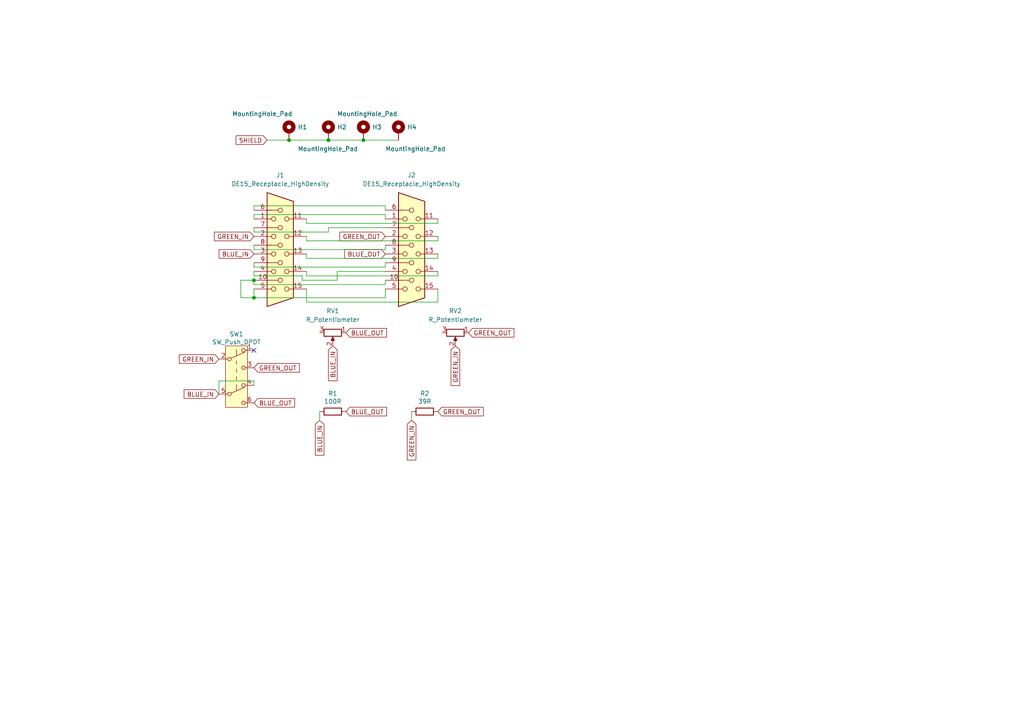
<source format=kicad_sch>
(kicad_sch (version 20231120) (generator "eeschema") (generator_version "8.0")
  (paper "A4")
  (lib_symbols
    (symbol "Connector:DE15_Receptacle_HighDensity" (pin_names (offset 1.016) hide)
      (property "Reference" "J" (at 0 21.59 0))
      (property "Value" "DE15_Receptacle_HighDensity" (at 0 19.05 0))
      (symbol "DE15_Receptacle_HighDensity_0_1"
        (circle (center -1.905 -10.16) (radius 0.635))
        (circle (center -1.905 -5.08) (radius 0.635))
        (circle (center -1.905 0) (radius 0.635))
        (circle (center -1.905 5.08) (radius 0.635))
        (circle (center -1.905 10.16) (radius 0.635))
        (circle (center 0 -7.62) (radius 0.635))
        (circle (center 0 -2.54) (radius 0.635))
        (polyline (pts (xy -3.175 7.62) (xy -0.635 7.62)))
        (polyline (pts (xy -0.635 -7.62) (xy -3.175 -7.62)))
        (polyline (pts (xy -0.635 -2.54) (xy -3.175 -2.54)))
        (polyline (pts (xy -0.635 2.54) (xy -3.175 2.54)))
        (polyline (pts (xy -0.635 12.7) (xy -3.175 12.7)))
        (polyline (pts (xy -3.81 17.78) (xy -3.81 -15.24) (xy 3.81 -12.7) (xy 3.81 15.24) (xy -3.81 17.78)) (stroke (width 0.254)) (fill (type background)))
        (circle (center 0 2.54) (radius 0.635))
        (circle (center 0 7.62) (radius 0.635))
        (circle (center 0 12.7) (radius 0.635))
        (circle (center 1.905 -10.16) (radius 0.635))
        (circle (center 1.905 -5.08) (radius 0.635))
        (circle (center 1.905 0) (radius 0.635))
        (circle (center 1.905 5.08) (radius 0.635))
        (circle (center 1.905 10.16) (radius 0.635))
      )
      (symbol "DE15_Receptacle_HighDensity_1_1"
        (pin passive line (at -7.62 10.16 0) (length 5.08) (name "~") (number "1"))
        (pin passive line (at -7.62 -7.62 0) (length 5.08) (name "~") (number "10"))
        (pin passive line (at 7.62 10.16 180) (length 5.08) (name "~") (number "11"))
        (pin passive line (at 7.62 5.08 180) (length 5.08) (name "~") (number "12"))
        (pin passive line (at 7.62 0 180) (length 5.08) (name "~") (number "13"))
        (pin passive line (at 7.62 -5.08 180) (length 5.08) (name "~") (number "14"))
        (pin passive line (at 7.62 -10.16 180) (length 5.08) (name "~") (number "15"))
        (pin passive line (at -7.62 5.08 0) (length 5.08) (name "~") (number "2"))
        (pin passive line (at -7.62 0 0) (length 5.08) (name "~") (number "3"))
        (pin passive line (at -7.62 -5.08 0) (length 5.08) (name "~") (number "4"))
        (pin passive line (at -7.62 -10.16 0) (length 5.08) (name "~") (number "5"))
        (pin passive line (at -7.62 12.7 0) (length 5.08) (name "~") (number "6"))
        (pin passive line (at -7.62 7.62 0) (length 5.08) (name "~") (number "7"))
        (pin passive line (at -7.62 2.54 0) (length 5.08) (name "~") (number "8"))
        (pin passive line (at -7.62 -2.54 0) (length 5.08) (name "~") (number "9"))
      )
    )
    (symbol "Device:R" (pin_numbers hide) (pin_names (offset 0))
      (property "Reference" "R" (at 2.032 0 90))
      (property "Value" "R" (at 0 0 90))
      (symbol "R_0_1"
        (rectangle (start -1.016 -2.54) (end 1.016 2.54) (stroke (width 0.254)))
      )
      (symbol "R_1_1"
        (pin passive line (at 0 3.81 270) (length 1.27) (name "~") (number "1"))
        (pin passive line (at 0 -3.81 90) (length 1.27) (name "~") (number "2"))
      )
    )
    (symbol "Device:R_Potentiometer" (pin_names (offset 1.016) hide)
      (property "Reference" "RV" (at -4.445 0 90))
      (property "Value" "R_Potentiometer" (at -2.54 0 90))
      (symbol "R_Potentiometer_0_1"
        (polyline (pts (xy 2.54 0) (xy 1.524 0)))
        (polyline (pts (xy 1.143 0) (xy 2.286 0.508) (xy 2.286 -0.508) (xy 1.143 0)) (fill (type outline)))
        (rectangle (start 1.016 2.54) (end -1.016 -2.54) (stroke (width 0.254)))
      )
      (symbol "R_Potentiometer_1_1"
        (pin passive line (at 0 3.81 270) (length 1.27) (name "1") (number "1"))
        (pin passive line (at 3.81 0 180) (length 1.27) (name "2") (number "2"))
        (pin passive line (at 0 -3.81 90) (length 1.27) (name "3") (number "3"))
      )
    )
    (symbol "Mechanical:MountingHole_Pad" (pin_numbers hide) (pin_names (offset 1.016) hide) (exclude_from_sim yes) (in_bom no)
      (property "Reference" "H" (at 0 6.35 0))
      (property "Value" "MountingHole_Pad" (at 0 4.445 0))
      (symbol "MountingHole_Pad_0_1"
        (circle (center 0 1.27) (radius 1.27) (stroke (width 1.27)))
      )
      (symbol "MountingHole_Pad_1_1"
        (pin input line (at 0 -2.54 90) (length 2.54) (name "1") (number "1"))
      )
    )
    (symbol "Switch:SW_Push_DPDT" (pin_names (offset 0) hide)
      (property "Reference" "SW" (at 0 10.16 0))
      (property "Value" "SW_Push_DPDT" (at 0 -10.16 0))
      (symbol "SW_Push_DPDT_0_0"
        (circle (center -2.032 -5.08) (radius 0.508))
        (circle (center -2.032 5.08) (radius 0.508))
        (circle (center 2.032 -7.62) (radius 0.508))
        (circle (center 2.032 2.54) (radius 0.508))
      )
      (symbol "SW_Push_DPDT_0_1"
        (polyline (pts (xy -1.524 -4.826) (xy 2.3368 -3.0988)))
        (polyline (pts (xy -1.524 5.334) (xy 2.3368 7.0612)))
        (polyline (pts (xy 0 -2.286) (xy 0 -4.064)))
        (polyline (pts (xy 0 -1.016) (xy 0 0)))
        (polyline (pts (xy 0 1.27) (xy 0 2.286)))
        (polyline (pts (xy 0 3.556) (xy 0 4.572)))
        (polyline (pts (xy 0 7.874) (xy 0 6.096)))
        (circle (center 2.032 -2.54) (radius 0.508))
        (circle (center 2.032 7.62) (radius 0.508))
      )
      (symbol "SW_Push_DPDT_1_1"
        (rectangle (start -3.175 8.89) (end 3.175 -8.89) (fill (type background)))
        (pin passive line (at 5.08 7.62 180) (length 2.54) (name "A") (number "1"))
        (pin passive line (at -5.08 5.08 0) (length 2.54) (name "B") (number "2"))
        (pin passive line (at 5.08 2.54 180) (length 2.54) (name "C") (number "3"))
        (pin passive line (at 5.08 -2.54 180) (length 2.54) (name "A") (number "4"))
        (pin passive line (at -5.08 -5.08 0) (length 2.54) (name "B") (number "5"))
        (pin passive line (at 5.08 -7.62 180) (length 2.54) (name "C") (number "6"))
      )
    )
  )
  (junction (at 73.66 86.36))
  (junction (at 105.41 40.64))
  (junction (at 73.66 81.28))
  (junction (at 95.25 40.64))
  (junction (at 83.82 40.64))
  (no_connect (at 73.66 101.6))
  (wire (pts (xy 111.76 59.69) (xy 111.76 60.96)))
  (wire (pts (xy 69.85 86.36) (xy 73.66 86.36)))
  (wire (pts (xy 127 80.01) (xy 127 78.74)))
  (wire (pts (xy 127 74.93) (xy 127 73.66)))
  (wire (pts (xy 95.25 40.64) (xy 83.82 40.64)))
  (wire (pts (xy 87.63 80.01) (xy 87.63 81.28)))
  (wire (pts (xy 88.9 74.93) (xy 127 74.93)))
  (wire (pts (xy 73.66 86.36) (xy 111.76 86.36)))
  (wire (pts (xy 111.76 63.5) (xy 111.76 62.23)))
  (wire (pts (xy 73.66 60.96) (xy 73.66 59.69)))
  (wire (pts (xy 115.57 40.64) (xy 105.41 40.64)))
  (wire (pts (xy 111.76 81.28) (xy 111.76 82.55)))
  (wire (pts (xy 73.66 62.23) (xy 73.66 63.5)))
  (wire (pts (xy 88.9 87.63) (xy 127 87.63)))
  (wire (pts (xy 83.82 40.64) (xy 77.47 40.64)))
  (wire (pts (xy 73.66 67.31) (xy 73.66 66.04)))
  (wire (pts (xy 97.79 78.74) (xy 111.76 78.74)))
  (wire (pts (xy 73.66 59.69) (xy 111.76 59.69)))
  (wire (pts (xy 97.79 81.28) (xy 97.79 78.74)))
  (wire (pts (xy 88.9 64.77) (xy 88.9 63.5)))
  (wire (pts (xy 73.66 81.28) (xy 73.66 82.55)))
  (wire (pts (xy 127 87.63) (xy 127 83.82)))
  (wire (pts (xy 95.25 66.04) (xy 95.25 67.31)))
  (wire (pts (xy 88.9 73.66) (xy 88.9 74.93)))
  (wire (pts (xy 111.76 77.47) (xy 111.76 76.2)))
  (wire (pts (xy 73.66 72.39) (xy 111.76 72.39)))
  (wire (pts (xy 88.9 78.74) (xy 88.9 80.01)))
  (wire (pts (xy 73.66 71.12) (xy 73.66 72.39)))
  (wire (pts (xy 63.5 110.49) (xy 73.66 110.49)))
  (wire (pts (xy 73.66 110.49) (xy 73.66 111.76)))
  (wire (pts (xy 88.9 69.85) (xy 127 69.85)))
  (wire (pts (xy 111.76 66.04) (xy 95.25 66.04)))
  (wire (pts (xy 73.66 76.2) (xy 73.66 77.47)))
  (wire (pts (xy 111.76 72.39) (xy 111.76 71.12)))
  (wire (pts (xy 73.66 83.82) (xy 73.66 86.36)))
  (wire (pts (xy 127 64.77) (xy 88.9 64.77)))
  (wire (pts (xy 88.9 83.82) (xy 88.9 87.63)))
  (wire (pts (xy 87.63 81.28) (xy 97.79 81.28)))
  (wire (pts (xy 127 69.85) (xy 127 68.58)))
  (wire (pts (xy 95.25 67.31) (xy 73.66 67.31)))
  (wire (pts (xy 73.66 80.01) (xy 87.63 80.01)))
  (wire (pts (xy 63.5 114.3) (xy 63.5 110.49)))
  (wire (pts (xy 105.41 40.64) (xy 95.25 40.64)))
  (wire (pts (xy 111.76 86.36) (xy 111.76 83.82)))
  (wire (pts (xy 73.66 78.74) (xy 73.66 80.01)))
  (wire (pts (xy 119.38 119.38) (xy 119.38 121.92)))
  (wire (pts (xy 73.66 62.23) (xy 111.76 62.23)))
  (wire (pts (xy 88.9 68.58) (xy 88.9 69.85)))
  (wire (pts (xy 73.66 81.28) (xy 69.85 81.28)))
  (wire (pts (xy 92.71 119.38) (xy 92.71 121.92)))
  (wire (pts (xy 88.9 80.01) (xy 127 80.01)))
  (wire (pts (xy 73.66 82.55) (xy 111.76 82.55)))
  (wire (pts (xy 127 63.5) (xy 127 64.77)))
  (wire (pts (xy 111.76 77.47) (xy 73.66 77.47)))
  (wire (pts (xy 69.85 81.28) (xy 69.85 86.36)))
  (global_label "GREEN_OUT" (shape input) (at 111.76 68.58 180) (property "Intersheetrefs" "${INTERSHEET_REFS}" (effects (hide yes))))
  (global_label "GREEN_OUT" (shape input) (at 135.89 96.52 0) (property "Intersheetrefs" "${INTERSHEET_REFS}" (effects (hide yes))))
  (global_label "BLUE_IN" (shape input) (at 92.71 121.92 270) (property "Intersheetrefs" "${INTERSHEET_REFS}" (effects (hide yes))))
  (global_label "GREEN_IN" (shape input) (at 119.38 121.92 270) (property "Intersheetrefs" "${INTERSHEET_REFS}" (effects (hide yes))))
  (global_label "GREEN_OUT" (shape input) (at 127 119.38 0) (property "Intersheetrefs" "${INTERSHEET_REFS}" (effects (hide yes))))
  (global_label "BLUE_OUT" (shape input) (at 100.33 96.52 0) (property "Intersheetrefs" "${INTERSHEET_REFS}" (effects (hide yes))))
  (global_label "GREEN_OUT" (shape input) (at 73.66 106.68 0) (property "Intersheetrefs" "${INTERSHEET_REFS}" (effects (hide yes))))
  (global_label "BLUE_OUT" (shape input) (at 73.66 116.84 0) (property "Intersheetrefs" "${INTERSHEET_REFS}" (effects (hide yes))))
  (global_label "BLUE_IN" (shape input) (at 63.5 114.3 180) (property "Intersheetrefs" "${INTERSHEET_REFS}" (effects (hide yes))))
  (global_label "SHIELD" (shape input) (at 77.47 40.64 180) (property "Intersheetrefs" "${INTERSHEET_REFS}" (effects (hide yes))))
  (global_label "GREEN_IN" (shape input) (at 63.5 104.14 180) (property "Intersheetrefs" "${INTERSHEET_REFS}" (effects (hide yes))))
  (global_label "BLUE_IN" (shape input) (at 96.52 100.33 270) (property "Intersheetrefs" "${INTERSHEET_REFS}" (effects (hide yes))))
  (global_label "BLUE_OUT" (shape input) (at 111.76 73.66 180) (property "Intersheetrefs" "${INTERSHEET_REFS}" (effects (hide yes))))
  (global_label "BLUE_IN" (shape input) (at 73.66 73.66 180) (property "Intersheetrefs" "${INTERSHEET_REFS}" (effects (hide yes))))
  (global_label "GREEN_IN" (shape input) (at 73.66 68.58 180) (property "Intersheetrefs" "${INTERSHEET_REFS}" (effects (hide yes))))
  (global_label "GREEN_IN" (shape input) (at 132.08 100.33 270) (property "Intersheetrefs" "${INTERSHEET_REFS}" (effects (hide yes))))
  (global_label "BLUE_OUT" (shape input) (at 100.33 119.38 0) (property "Intersheetrefs" "${INTERSHEET_REFS}" (effects (hide yes))))
  (symbol (lib_id "Mechanical:MountingHole_Pad") (at 83.82 38.1 0) (unit 1)
    (property "Reference" "H1" (at 86.36 36.8554 0) (effects (justify left)))
    (property "Value" "MountingHole_Pad" (at 67.31 33.02 0) (effects (justify left)))
    (property "Footprint" "MountingHole:MountingHole_3.2mm_M3_ISO7380_Pad" (effects (hide yes)))
  )
  (symbol (lib_id "Mechanical:MountingHole_Pad") (at 95.25 38.1 0) (unit 1)
    (property "Reference" "H2" (at 97.79 36.8554 0) (effects (justify left)))
    (property "Value" "MountingHole_Pad" (at 86.36 43.18 0) (effects (justify left)))
    (property "Footprint" "MountingHole:MountingHole_3.2mm_M3_ISO7380_Pad" (effects (hide yes)))
  )
  (symbol (lib_id "Mechanical:MountingHole_Pad") (at 105.41 38.1 0) (unit 1)
    (property "Reference" "H3" (at 107.95 36.8554 0) (effects (justify left)))
    (property "Value" "MountingHole_Pad" (at 97.79 33.02 0) (effects (justify left)))
    (property "Footprint" "MountingHole:MountingHole_3.2mm_M3_ISO7380_Pad" (effects (hide yes)))
  )
  (symbol (lib_id "Mechanical:MountingHole_Pad") (at 115.57 38.1 0) (unit 1)
    (property "Reference" "H4" (at 118.11 36.8554 0) (effects (justify left)))
    (property "Value" "MountingHole_Pad" (at 111.76 43.18 0) (effects (justify left)))
    (property "Footprint" "MountingHole:MountingHole_3.2mm_M3_ISO7380_Pad" (effects (hide yes)))
  )
  (symbol (lib_id "Switch:SW_Push_DPDT") (at 68.58 109.22 0) (unit 1)
    (property "Reference" "SW1" (at 68.58 96.901 0))
    (property "Value" "SW_Push_DPDT" (at 68.58 99.2124 0))
    (property "Footprint" "Button_Switch_THT:SW_E-Switch_EG1271_DPDT" (effects (hide yes)))
  )
  (symbol (lib_id "Device:R") (at 123.19 119.38 270) (unit 1)
    (property "Reference" "R2" (at 123.19 114.1222 90))
    (property "Value" "39R" (at 123.19 116.4336 90))
    (property "Footprint" "Resistor_SMD:R_1206_3216Metric" (effects (hide yes)))
  )
  (symbol (lib_id "Device:R") (at 96.52 119.38 270) (unit 1)
    (property "Reference" "R1" (at 96.52 114.1222 90))
    (property "Value" "100R" (at 96.52 116.4336 90))
    (property "Footprint" "Resistor_SMD:R_1206_3216Metric" (effects (hide yes)))
  )
  (symbol (lib_id "Device:R_Potentiometer") (at 132.08 96.52 270) (unit 1)
    (property "Reference" "RV2" (at 132.08 90.17 90))
    (property "Value" "R_Potentiometer" (at 132.08 92.71 90))
    (property "Footprint" "Potentiometer_THT:Potentiometer_Vishay_T93YA_Vertical" (effects (hide yes)))
    (property "Description" "Potentiometer" (effects (hide yes)))
  )
  (symbol (lib_id "Connector:DE15_Receptacle_HighDensity") (at 119.38 73.66 0) (unit 1)
    (property "Reference" "J2" (at 119.38 50.8 0))
    (property "Value" "DE15_Receptacle_HighDensity" (at 119.38 53.34 0))
    (property "Footprint" "Connector_Dsub:DSUB-15-HD_Female_Horizontal_P2.29x2.54mm_EdgePinOffset9.40mm" (effects (hide yes)))
    (property "Description" "15-pin female receptacle socket D-SUB connector, High density (3 columns), Triple Row, Generic, VGA-connector" (effects (hide yes)))
  )
  (symbol (lib_id "Device:R_Potentiometer") (at 96.52 96.52 270) (unit 1)
    (property "Reference" "RV1" (at 96.52 90.17 90))
    (property "Value" "R_Potentiometer" (at 96.52 92.71 90))
    (property "Footprint" "Potentiometer_THT:Potentiometer_Vishay_T93YA_Vertical" (effects (hide yes)))
    (property "Description" "Potentiometer" (effects (hide yes)))
  )
  (symbol (lib_id "Connector:DE15_Receptacle_HighDensity") (at 81.28 73.66 0) (unit 1)
    (property "Reference" "J1" (at 81.28 50.8 0))
    (property "Value" "DE15_Receptacle_HighDensity" (at 81.28 53.34 0))
    (property "Footprint" "Connector_Dsub:DSUB-15-HD_Female_Horizontal_P2.29x2.54mm_EdgePinOffset9.40mm" (effects (hide yes)))
    (property "Description" "15-pin female receptacle socket D-SUB connector, High density (3 columns), Triple Row, Generic, VGA-connector" (effects (hide yes)))
  )
)
</source>
